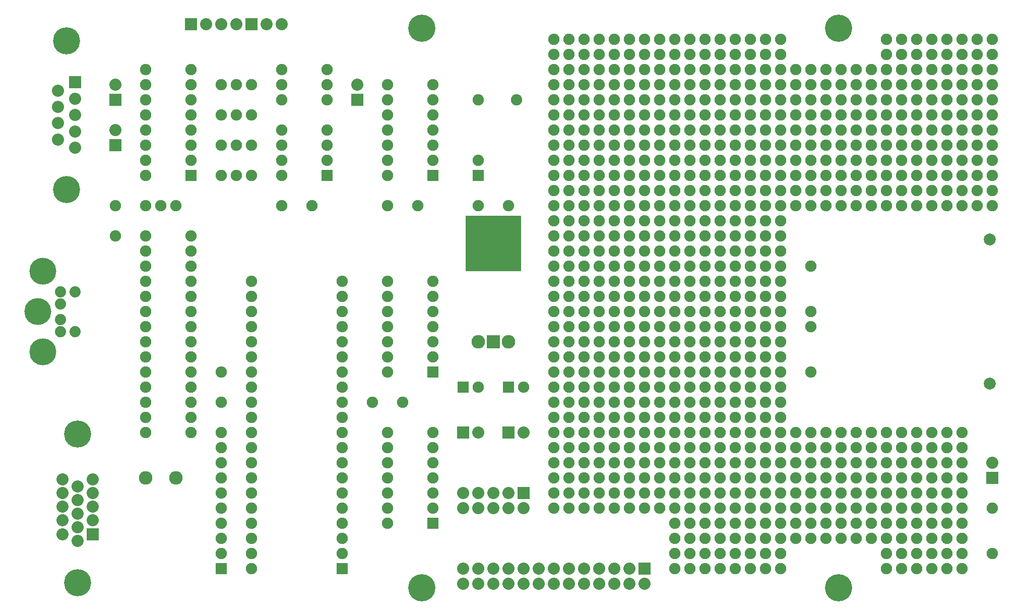
<source format=gbs>
G04 (created by PCBNEW-RS274X (2012-01-19 BZR 3256)-stable) date 6/23/2012 12:28:53 AM*
G01*
G70*
G90*
%MOIN*%
G04 Gerber Fmt 3.4, Leading zero omitted, Abs format*
%FSLAX34Y34*%
G04 APERTURE LIST*
%ADD10C,0.006000*%
%ADD11R,0.080000X0.080000*%
%ADD12C,0.080000*%
%ADD13C,0.075000*%
%ADD14R,0.075000X0.075000*%
%ADD15C,0.074000*%
%ADD16C,0.177500*%
%ADD17C,0.180000*%
%ADD18C,0.179400*%
%ADD19C,0.079100*%
%ADD20R,0.370000X0.370000*%
%ADD21C,0.090000*%
%ADD22R,0.090000X0.090000*%
G04 APERTURE END LIST*
G54D10*
G54D11*
X62000Y-57000D03*
G54D12*
X62000Y-58000D03*
X61000Y-57000D03*
X61000Y-58000D03*
X60000Y-57000D03*
X60000Y-58000D03*
X59000Y-57000D03*
X59000Y-58000D03*
X58000Y-57000D03*
X58000Y-58000D03*
X57000Y-57000D03*
X57000Y-58000D03*
X56000Y-57000D03*
X56000Y-58000D03*
X55000Y-57000D03*
X55000Y-58000D03*
X54000Y-57000D03*
X54000Y-58000D03*
X53000Y-57000D03*
X53000Y-58000D03*
X52000Y-57000D03*
X52000Y-58000D03*
X51000Y-57000D03*
X51000Y-58000D03*
X50000Y-57000D03*
X50000Y-58000D03*
G54D13*
X50970Y-26000D03*
X53530Y-26000D03*
G54D14*
X34000Y-57000D03*
G54D13*
X34000Y-56000D03*
X34000Y-55000D03*
X34000Y-54000D03*
X34000Y-53000D03*
X34000Y-52000D03*
X34000Y-51000D03*
X34000Y-50000D03*
X34000Y-49000D03*
X34000Y-48000D03*
X73000Y-41000D03*
X73000Y-44000D03*
X32000Y-37000D03*
X29000Y-37000D03*
X32000Y-36000D03*
X29000Y-36000D03*
X32000Y-46000D03*
X29000Y-46000D03*
X32000Y-43000D03*
X29000Y-43000D03*
X32000Y-40000D03*
X29000Y-40000D03*
X38000Y-24000D03*
X41000Y-24000D03*
X38000Y-25000D03*
X41000Y-25000D03*
X32000Y-39000D03*
X29000Y-39000D03*
X32000Y-38000D03*
X29000Y-38000D03*
X38000Y-26000D03*
X41000Y-26000D03*
X32000Y-47000D03*
X29000Y-47000D03*
X32000Y-44000D03*
X29000Y-44000D03*
X32000Y-41000D03*
X29000Y-41000D03*
X85000Y-56000D03*
X85000Y-53000D03*
X29000Y-35000D03*
X32000Y-35000D03*
G54D11*
X54000Y-52000D03*
G54D12*
X54000Y-53000D03*
X53000Y-52000D03*
X53000Y-53000D03*
X52000Y-52000D03*
X52000Y-53000D03*
X51000Y-52000D03*
X51000Y-53000D03*
X50000Y-52000D03*
X50000Y-53000D03*
G54D11*
X32000Y-21000D03*
G54D12*
X33000Y-21000D03*
X34000Y-21000D03*
X35000Y-21000D03*
G54D11*
X36000Y-21000D03*
G54D12*
X37000Y-21000D03*
X38000Y-21000D03*
G54D11*
X43000Y-26000D03*
G54D12*
X43000Y-25000D03*
G54D11*
X53000Y-48000D03*
G54D12*
X54000Y-48000D03*
G54D11*
X50000Y-48000D03*
G54D12*
X51000Y-48000D03*
G54D15*
X23350Y-39488D03*
X23350Y-40512D03*
X24331Y-41319D03*
X24331Y-38681D03*
X23350Y-38681D03*
X23350Y-41319D03*
G54D16*
X21850Y-40000D03*
X22169Y-42661D03*
X22169Y-37339D03*
G54D17*
X47244Y-21246D03*
X47244Y-58254D03*
X74803Y-21246D03*
X74803Y-58254D03*
G54D14*
X41000Y-31000D03*
G54D13*
X41000Y-30000D03*
X41000Y-29000D03*
X41000Y-28000D03*
X38000Y-28000D03*
X38000Y-29000D03*
X38000Y-30000D03*
X38000Y-31000D03*
G54D14*
X42000Y-57000D03*
G54D13*
X42000Y-56000D03*
X42000Y-55000D03*
X42000Y-54000D03*
X42000Y-53000D03*
X42000Y-52000D03*
X42000Y-51000D03*
X42000Y-50000D03*
X42000Y-49000D03*
X42000Y-48000D03*
X42000Y-47000D03*
X42000Y-46000D03*
X42000Y-45000D03*
X42000Y-44000D03*
X42000Y-43000D03*
X42000Y-42000D03*
X42000Y-41000D03*
X42000Y-40000D03*
X42000Y-39000D03*
X42000Y-38000D03*
X36000Y-38000D03*
X36000Y-39000D03*
X36000Y-40000D03*
X36000Y-41000D03*
X36000Y-42000D03*
X36000Y-43000D03*
X36000Y-44000D03*
X36000Y-45000D03*
X36000Y-46000D03*
X36000Y-47000D03*
X36000Y-48000D03*
X36000Y-49000D03*
X36000Y-50000D03*
X36000Y-51000D03*
X36000Y-52000D03*
X36000Y-53000D03*
X36000Y-54000D03*
X36000Y-55000D03*
X36000Y-56000D03*
X36000Y-57000D03*
G54D14*
X32000Y-31000D03*
G54D13*
X32000Y-30000D03*
X32000Y-29000D03*
X32000Y-28000D03*
X32000Y-27000D03*
X32000Y-26000D03*
X32000Y-25000D03*
X32000Y-24000D03*
X29000Y-24000D03*
X29000Y-25000D03*
X29000Y-26000D03*
X29000Y-27000D03*
X29000Y-28000D03*
X29000Y-29000D03*
X29000Y-30000D03*
X29000Y-31000D03*
G54D14*
X48000Y-54000D03*
G54D13*
X48000Y-53000D03*
X48000Y-52000D03*
X48000Y-51000D03*
X48000Y-50000D03*
X48000Y-49000D03*
X48000Y-48000D03*
X45000Y-48000D03*
X45000Y-49000D03*
X45000Y-50000D03*
X45000Y-51000D03*
X45000Y-52000D03*
X45000Y-53000D03*
X45000Y-54000D03*
G54D14*
X48000Y-44000D03*
G54D13*
X48000Y-43000D03*
X48000Y-42000D03*
X48000Y-41000D03*
X48000Y-40000D03*
X48000Y-39000D03*
X48000Y-38000D03*
X45000Y-38000D03*
X45000Y-39000D03*
X45000Y-40000D03*
X45000Y-41000D03*
X45000Y-42000D03*
X45000Y-43000D03*
X45000Y-44000D03*
G54D14*
X48000Y-31000D03*
G54D13*
X48000Y-30000D03*
X48000Y-29000D03*
X48000Y-28000D03*
X48000Y-27000D03*
X48000Y-26000D03*
X48000Y-25000D03*
X45000Y-25000D03*
X45000Y-26000D03*
X45000Y-27000D03*
X45000Y-28000D03*
X45000Y-29000D03*
X45000Y-30000D03*
X45000Y-31000D03*
G54D18*
X23750Y-22081D03*
X23750Y-31919D03*
G54D11*
X24310Y-24840D03*
G54D12*
X24310Y-25920D03*
X24310Y-27000D03*
X24310Y-28080D03*
X24310Y-29160D03*
X23190Y-28620D03*
X23190Y-27540D03*
X23190Y-26450D03*
X23190Y-25380D03*
G54D13*
X45000Y-33000D03*
X47000Y-33000D03*
X51000Y-33000D03*
X53000Y-33000D03*
X38000Y-33000D03*
X40000Y-33000D03*
X34000Y-46000D03*
X34000Y-44000D03*
X44000Y-46000D03*
X46000Y-46000D03*
G54D14*
X51000Y-31000D03*
G54D13*
X51000Y-30000D03*
G54D14*
X53000Y-45000D03*
G54D13*
X54000Y-45000D03*
G54D14*
X50000Y-45000D03*
G54D13*
X51000Y-45000D03*
G54D19*
X84817Y-35236D03*
X84817Y-44764D03*
G54D18*
X24500Y-48081D03*
X24500Y-57919D03*
G54D11*
X25500Y-54709D03*
G54D12*
X25500Y-53807D03*
X25500Y-52902D03*
X25500Y-52000D03*
X25500Y-51098D03*
X24500Y-52451D03*
X24500Y-53352D03*
X24500Y-54254D03*
X24500Y-55156D03*
X24500Y-51549D03*
X23500Y-54709D03*
X23500Y-53807D03*
X23500Y-52902D03*
X23500Y-52000D03*
X23500Y-51098D03*
G54D13*
X73000Y-40000D03*
X73000Y-37000D03*
G54D20*
X52000Y-35500D03*
G54D21*
X51000Y-42000D03*
G54D22*
X52000Y-42000D03*
G54D21*
X53000Y-42000D03*
X29000Y-51000D03*
X31000Y-51000D03*
G54D13*
X27000Y-33000D03*
X27000Y-35000D03*
X84000Y-25000D03*
X84000Y-24000D03*
X84000Y-23000D03*
X84000Y-22000D03*
X85000Y-25000D03*
X85000Y-24000D03*
X85000Y-23000D03*
X85000Y-22000D03*
X84000Y-29000D03*
X84000Y-28000D03*
X84000Y-27000D03*
X84000Y-26000D03*
X85000Y-29000D03*
X85000Y-28000D03*
X85000Y-27000D03*
X85000Y-26000D03*
X76000Y-32000D03*
X77000Y-32000D03*
X78000Y-32000D03*
X79000Y-32000D03*
X76000Y-33000D03*
X77000Y-33000D03*
X78000Y-33000D03*
X79000Y-33000D03*
X72000Y-24000D03*
X73000Y-24000D03*
X74000Y-24000D03*
X75000Y-24000D03*
X72000Y-25000D03*
X73000Y-25000D03*
X74000Y-25000D03*
X75000Y-25000D03*
X84000Y-33000D03*
X84000Y-32000D03*
X84000Y-31000D03*
X84000Y-30000D03*
X85000Y-33000D03*
X85000Y-32000D03*
X85000Y-31000D03*
X85000Y-30000D03*
X68000Y-50000D03*
X69000Y-50000D03*
X70000Y-50000D03*
X71000Y-50000D03*
X68000Y-51000D03*
X69000Y-51000D03*
X70000Y-51000D03*
X71000Y-51000D03*
X68000Y-52000D03*
X69000Y-52000D03*
X70000Y-52000D03*
X71000Y-52000D03*
X68000Y-53000D03*
X69000Y-53000D03*
X70000Y-53000D03*
X71000Y-53000D03*
X64000Y-46000D03*
X65000Y-46000D03*
X66000Y-46000D03*
X67000Y-46000D03*
X64000Y-47000D03*
X65000Y-47000D03*
X66000Y-47000D03*
X67000Y-47000D03*
X64000Y-48000D03*
X65000Y-48000D03*
X66000Y-48000D03*
X67000Y-48000D03*
X64000Y-49000D03*
X65000Y-49000D03*
X66000Y-49000D03*
X67000Y-49000D03*
X64000Y-50000D03*
X65000Y-50000D03*
X66000Y-50000D03*
X67000Y-50000D03*
X64000Y-51000D03*
X65000Y-51000D03*
X66000Y-51000D03*
X67000Y-51000D03*
X64000Y-52000D03*
X65000Y-52000D03*
X66000Y-52000D03*
X67000Y-52000D03*
X64000Y-53000D03*
X65000Y-53000D03*
X66000Y-53000D03*
X67000Y-53000D03*
X64000Y-54000D03*
X65000Y-54000D03*
X66000Y-54000D03*
X67000Y-54000D03*
X64000Y-55000D03*
X65000Y-55000D03*
X66000Y-55000D03*
X67000Y-55000D03*
X64000Y-56000D03*
X65000Y-56000D03*
X66000Y-56000D03*
X67000Y-56000D03*
X64000Y-57000D03*
X65000Y-57000D03*
X66000Y-57000D03*
X67000Y-57000D03*
X68000Y-22000D03*
X69000Y-22000D03*
X70000Y-22000D03*
X71000Y-22000D03*
X68000Y-23000D03*
X69000Y-23000D03*
X70000Y-23000D03*
X71000Y-23000D03*
X68000Y-24000D03*
X69000Y-24000D03*
X70000Y-24000D03*
X71000Y-24000D03*
X68000Y-25000D03*
X69000Y-25000D03*
X70000Y-25000D03*
X71000Y-25000D03*
X68000Y-26000D03*
X69000Y-26000D03*
X70000Y-26000D03*
X71000Y-26000D03*
X68000Y-27000D03*
X69000Y-27000D03*
X70000Y-27000D03*
X71000Y-27000D03*
X68000Y-28000D03*
X69000Y-28000D03*
X70000Y-28000D03*
X71000Y-28000D03*
X68000Y-29000D03*
X69000Y-29000D03*
X70000Y-29000D03*
X71000Y-29000D03*
X68000Y-30000D03*
X69000Y-30000D03*
X70000Y-30000D03*
X71000Y-30000D03*
X68000Y-31000D03*
X69000Y-31000D03*
X70000Y-31000D03*
X71000Y-31000D03*
X68000Y-32000D03*
X69000Y-32000D03*
X70000Y-32000D03*
X71000Y-32000D03*
X68000Y-33000D03*
X69000Y-33000D03*
X70000Y-33000D03*
X71000Y-33000D03*
X68000Y-34000D03*
X69000Y-34000D03*
X70000Y-34000D03*
X71000Y-34000D03*
X68000Y-35000D03*
X69000Y-35000D03*
X70000Y-35000D03*
X71000Y-35000D03*
X68000Y-36000D03*
X69000Y-36000D03*
X70000Y-36000D03*
X71000Y-36000D03*
X68000Y-37000D03*
X69000Y-37000D03*
X70000Y-37000D03*
X71000Y-37000D03*
X68000Y-38000D03*
X69000Y-38000D03*
X70000Y-38000D03*
X71000Y-38000D03*
X68000Y-39000D03*
X69000Y-39000D03*
X70000Y-39000D03*
X71000Y-39000D03*
X68000Y-40000D03*
X69000Y-40000D03*
X70000Y-40000D03*
X71000Y-40000D03*
X68000Y-41000D03*
X69000Y-41000D03*
X70000Y-41000D03*
X71000Y-41000D03*
X68000Y-42000D03*
X69000Y-42000D03*
X70000Y-42000D03*
X71000Y-42000D03*
X68000Y-43000D03*
X69000Y-43000D03*
X70000Y-43000D03*
X71000Y-43000D03*
X68000Y-44000D03*
X69000Y-44000D03*
X70000Y-44000D03*
X71000Y-44000D03*
X68000Y-45000D03*
X69000Y-45000D03*
X70000Y-45000D03*
X71000Y-45000D03*
X68000Y-46000D03*
X69000Y-46000D03*
X70000Y-46000D03*
X71000Y-46000D03*
X68000Y-47000D03*
X69000Y-47000D03*
X70000Y-47000D03*
X71000Y-47000D03*
X68000Y-48000D03*
X69000Y-48000D03*
X70000Y-48000D03*
X71000Y-48000D03*
X68000Y-49000D03*
X69000Y-49000D03*
X70000Y-49000D03*
X71000Y-49000D03*
X64000Y-38000D03*
X65000Y-38000D03*
X66000Y-38000D03*
X67000Y-38000D03*
X64000Y-39000D03*
X65000Y-39000D03*
X66000Y-39000D03*
X67000Y-39000D03*
X64000Y-40000D03*
X65000Y-40000D03*
X66000Y-40000D03*
X67000Y-40000D03*
X64000Y-41000D03*
X65000Y-41000D03*
X66000Y-41000D03*
X67000Y-41000D03*
X68000Y-54000D03*
X69000Y-54000D03*
X70000Y-54000D03*
X71000Y-54000D03*
X68000Y-55000D03*
X69000Y-55000D03*
X70000Y-55000D03*
X71000Y-55000D03*
X68000Y-56000D03*
X69000Y-56000D03*
X70000Y-56000D03*
X71000Y-56000D03*
X68000Y-57000D03*
X69000Y-57000D03*
X70000Y-57000D03*
X71000Y-57000D03*
X72000Y-26000D03*
X73000Y-26000D03*
X74000Y-26000D03*
X75000Y-26000D03*
X72000Y-27000D03*
X73000Y-27000D03*
X74000Y-27000D03*
X75000Y-27000D03*
X72000Y-28000D03*
X73000Y-28000D03*
X74000Y-28000D03*
X75000Y-28000D03*
X72000Y-29000D03*
X73000Y-29000D03*
X74000Y-29000D03*
X75000Y-29000D03*
X72000Y-30000D03*
X73000Y-30000D03*
X74000Y-30000D03*
X75000Y-30000D03*
X72000Y-31000D03*
X73000Y-31000D03*
X74000Y-31000D03*
X75000Y-31000D03*
X72000Y-32000D03*
X73000Y-32000D03*
X74000Y-32000D03*
X75000Y-32000D03*
X72000Y-33000D03*
X73000Y-33000D03*
X74000Y-33000D03*
X75000Y-33000D03*
X80000Y-22000D03*
X81000Y-22000D03*
X82000Y-22000D03*
X83000Y-22000D03*
X80000Y-23000D03*
X81000Y-23000D03*
X82000Y-23000D03*
X83000Y-23000D03*
X80000Y-24000D03*
X81000Y-24000D03*
X82000Y-24000D03*
X83000Y-24000D03*
X80000Y-25000D03*
X81000Y-25000D03*
X82000Y-25000D03*
X83000Y-25000D03*
X80000Y-26000D03*
X81000Y-26000D03*
X82000Y-26000D03*
X83000Y-26000D03*
X80000Y-27000D03*
X81000Y-27000D03*
X82000Y-27000D03*
X83000Y-27000D03*
X80000Y-28000D03*
X81000Y-28000D03*
X82000Y-28000D03*
X83000Y-28000D03*
X80000Y-29000D03*
X81000Y-29000D03*
X82000Y-29000D03*
X83000Y-29000D03*
X80000Y-30000D03*
X81000Y-30000D03*
X82000Y-30000D03*
X83000Y-30000D03*
X80000Y-31000D03*
X81000Y-31000D03*
X82000Y-31000D03*
X83000Y-31000D03*
X80000Y-32000D03*
X81000Y-32000D03*
X82000Y-32000D03*
X83000Y-32000D03*
X80000Y-33000D03*
X81000Y-33000D03*
X82000Y-33000D03*
X83000Y-33000D03*
X72000Y-48000D03*
X73000Y-48000D03*
X74000Y-48000D03*
X75000Y-48000D03*
X72000Y-49000D03*
X73000Y-49000D03*
X74000Y-49000D03*
X75000Y-49000D03*
X72000Y-50000D03*
X73000Y-50000D03*
X74000Y-50000D03*
X75000Y-50000D03*
X72000Y-51000D03*
X73000Y-51000D03*
X74000Y-51000D03*
X75000Y-51000D03*
X72000Y-52000D03*
X73000Y-52000D03*
X74000Y-52000D03*
X75000Y-52000D03*
X72000Y-53000D03*
X73000Y-53000D03*
X74000Y-53000D03*
X75000Y-53000D03*
X72000Y-54000D03*
X73000Y-54000D03*
X74000Y-54000D03*
X75000Y-54000D03*
X72000Y-55000D03*
X73000Y-55000D03*
X74000Y-55000D03*
X75000Y-55000D03*
X76000Y-48000D03*
X77000Y-48000D03*
X78000Y-48000D03*
X79000Y-48000D03*
X76000Y-49000D03*
X77000Y-49000D03*
X78000Y-49000D03*
X79000Y-49000D03*
X76000Y-50000D03*
X77000Y-50000D03*
X78000Y-50000D03*
X79000Y-50000D03*
X76000Y-51000D03*
X77000Y-51000D03*
X78000Y-51000D03*
X79000Y-51000D03*
X60000Y-34000D03*
X61000Y-34000D03*
X62000Y-34000D03*
X63000Y-34000D03*
X60000Y-35000D03*
X61000Y-35000D03*
X62000Y-35000D03*
X63000Y-35000D03*
X60000Y-36000D03*
X61000Y-36000D03*
X62000Y-36000D03*
X63000Y-36000D03*
X60000Y-37000D03*
X61000Y-37000D03*
X62000Y-37000D03*
X63000Y-37000D03*
X56000Y-26000D03*
X57000Y-26000D03*
X58000Y-26000D03*
X59000Y-26000D03*
X56000Y-27000D03*
X57000Y-27000D03*
X58000Y-27000D03*
X59000Y-27000D03*
X56000Y-28000D03*
X57000Y-28000D03*
X58000Y-28000D03*
X59000Y-28000D03*
X56000Y-29000D03*
X57000Y-29000D03*
X58000Y-29000D03*
X59000Y-29000D03*
X56000Y-30000D03*
X57000Y-30000D03*
X58000Y-30000D03*
X59000Y-30000D03*
X56000Y-31000D03*
X57000Y-31000D03*
X58000Y-31000D03*
X59000Y-31000D03*
X56000Y-32000D03*
X57000Y-32000D03*
X58000Y-32000D03*
X59000Y-32000D03*
X56000Y-33000D03*
X57000Y-33000D03*
X58000Y-33000D03*
X59000Y-33000D03*
X56000Y-34000D03*
X57000Y-34000D03*
X58000Y-34000D03*
X59000Y-34000D03*
X56000Y-35000D03*
X57000Y-35000D03*
X58000Y-35000D03*
X59000Y-35000D03*
X56000Y-36000D03*
X57000Y-36000D03*
X58000Y-36000D03*
X59000Y-36000D03*
X56000Y-37000D03*
X57000Y-37000D03*
X58000Y-37000D03*
X59000Y-37000D03*
X56000Y-38000D03*
X57000Y-38000D03*
X58000Y-38000D03*
X59000Y-38000D03*
X56000Y-39000D03*
X57000Y-39000D03*
X58000Y-39000D03*
X59000Y-39000D03*
X56000Y-40000D03*
X57000Y-40000D03*
X58000Y-40000D03*
X59000Y-40000D03*
X56000Y-41000D03*
X57000Y-41000D03*
X58000Y-41000D03*
X59000Y-41000D03*
X56000Y-42000D03*
X57000Y-42000D03*
X58000Y-42000D03*
X59000Y-42000D03*
X56000Y-43000D03*
X57000Y-43000D03*
X58000Y-43000D03*
X59000Y-43000D03*
X56000Y-44000D03*
X57000Y-44000D03*
X58000Y-44000D03*
X59000Y-44000D03*
X56000Y-45000D03*
X57000Y-45000D03*
X58000Y-45000D03*
X59000Y-45000D03*
X56000Y-46000D03*
X57000Y-46000D03*
X58000Y-46000D03*
X59000Y-46000D03*
X56000Y-47000D03*
X57000Y-47000D03*
X58000Y-47000D03*
X59000Y-47000D03*
X56000Y-48000D03*
X57000Y-48000D03*
X58000Y-48000D03*
X59000Y-48000D03*
X56000Y-49000D03*
X57000Y-49000D03*
X58000Y-49000D03*
X59000Y-49000D03*
X56000Y-50000D03*
X57000Y-50000D03*
X58000Y-50000D03*
X59000Y-50000D03*
X56000Y-51000D03*
X57000Y-51000D03*
X58000Y-51000D03*
X59000Y-51000D03*
X56000Y-52000D03*
X57000Y-52000D03*
X58000Y-52000D03*
X59000Y-52000D03*
X56000Y-53000D03*
X57000Y-53000D03*
X58000Y-53000D03*
X59000Y-53000D03*
X76000Y-24000D03*
X77000Y-24000D03*
X78000Y-24000D03*
X79000Y-24000D03*
X76000Y-25000D03*
X77000Y-25000D03*
X78000Y-25000D03*
X79000Y-25000D03*
X76000Y-26000D03*
X77000Y-26000D03*
X78000Y-26000D03*
X79000Y-26000D03*
X76000Y-27000D03*
X77000Y-27000D03*
X78000Y-27000D03*
X79000Y-27000D03*
X60000Y-22000D03*
X61000Y-22000D03*
X62000Y-22000D03*
X63000Y-22000D03*
X60000Y-23000D03*
X61000Y-23000D03*
X62000Y-23000D03*
X63000Y-23000D03*
X60000Y-24000D03*
X61000Y-24000D03*
X62000Y-24000D03*
X63000Y-24000D03*
X60000Y-25000D03*
X61000Y-25000D03*
X62000Y-25000D03*
X63000Y-25000D03*
X60000Y-26000D03*
X61000Y-26000D03*
X62000Y-26000D03*
X63000Y-26000D03*
X60000Y-27000D03*
X61000Y-27000D03*
X62000Y-27000D03*
X63000Y-27000D03*
X60000Y-28000D03*
X61000Y-28000D03*
X62000Y-28000D03*
X63000Y-28000D03*
X60000Y-29000D03*
X61000Y-29000D03*
X62000Y-29000D03*
X63000Y-29000D03*
X60000Y-30000D03*
X61000Y-30000D03*
X62000Y-30000D03*
X63000Y-30000D03*
X60000Y-31000D03*
X61000Y-31000D03*
X62000Y-31000D03*
X63000Y-31000D03*
X60000Y-32000D03*
X61000Y-32000D03*
X62000Y-32000D03*
X63000Y-32000D03*
X60000Y-33000D03*
X61000Y-33000D03*
X62000Y-33000D03*
X63000Y-33000D03*
X64000Y-42000D03*
X65000Y-42000D03*
X66000Y-42000D03*
X67000Y-42000D03*
X64000Y-43000D03*
X65000Y-43000D03*
X66000Y-43000D03*
X67000Y-43000D03*
X64000Y-44000D03*
X65000Y-44000D03*
X66000Y-44000D03*
X67000Y-44000D03*
X64000Y-45000D03*
X65000Y-45000D03*
X66000Y-45000D03*
X67000Y-45000D03*
X60000Y-38000D03*
X61000Y-38000D03*
X62000Y-38000D03*
X63000Y-38000D03*
X60000Y-39000D03*
X61000Y-39000D03*
X62000Y-39000D03*
X63000Y-39000D03*
X60000Y-40000D03*
X61000Y-40000D03*
X62000Y-40000D03*
X63000Y-40000D03*
X60000Y-41000D03*
X61000Y-41000D03*
X62000Y-41000D03*
X63000Y-41000D03*
X60000Y-42000D03*
X61000Y-42000D03*
X62000Y-42000D03*
X63000Y-42000D03*
X60000Y-43000D03*
X61000Y-43000D03*
X62000Y-43000D03*
X63000Y-43000D03*
X60000Y-44000D03*
X61000Y-44000D03*
X62000Y-44000D03*
X63000Y-44000D03*
X60000Y-45000D03*
X61000Y-45000D03*
X62000Y-45000D03*
X63000Y-45000D03*
X60000Y-46000D03*
X61000Y-46000D03*
X62000Y-46000D03*
X63000Y-46000D03*
X60000Y-47000D03*
X61000Y-47000D03*
X62000Y-47000D03*
X63000Y-47000D03*
X60000Y-48000D03*
X61000Y-48000D03*
X62000Y-48000D03*
X63000Y-48000D03*
X60000Y-49000D03*
X61000Y-49000D03*
X62000Y-49000D03*
X63000Y-49000D03*
X60000Y-50000D03*
X61000Y-50000D03*
X62000Y-50000D03*
X63000Y-50000D03*
X60000Y-51000D03*
X61000Y-51000D03*
X62000Y-51000D03*
X63000Y-51000D03*
X60000Y-52000D03*
X61000Y-52000D03*
X62000Y-52000D03*
X63000Y-52000D03*
X60000Y-53000D03*
X61000Y-53000D03*
X62000Y-53000D03*
X63000Y-53000D03*
X76000Y-28000D03*
X77000Y-28000D03*
X78000Y-28000D03*
X79000Y-28000D03*
X76000Y-29000D03*
X77000Y-29000D03*
X78000Y-29000D03*
X79000Y-29000D03*
X76000Y-30000D03*
X77000Y-30000D03*
X78000Y-30000D03*
X79000Y-30000D03*
X76000Y-31000D03*
X77000Y-31000D03*
X78000Y-31000D03*
X79000Y-31000D03*
X64000Y-22000D03*
X65000Y-22000D03*
X66000Y-22000D03*
X67000Y-22000D03*
X64000Y-23000D03*
X65000Y-23000D03*
X66000Y-23000D03*
X67000Y-23000D03*
X64000Y-24000D03*
X65000Y-24000D03*
X66000Y-24000D03*
X67000Y-24000D03*
X64000Y-25000D03*
X65000Y-25000D03*
X66000Y-25000D03*
X67000Y-25000D03*
X64000Y-26000D03*
X65000Y-26000D03*
X66000Y-26000D03*
X67000Y-26000D03*
X64000Y-27000D03*
X65000Y-27000D03*
X66000Y-27000D03*
X67000Y-27000D03*
X64000Y-28000D03*
X65000Y-28000D03*
X66000Y-28000D03*
X67000Y-28000D03*
X64000Y-29000D03*
X65000Y-29000D03*
X66000Y-29000D03*
X67000Y-29000D03*
X64000Y-30000D03*
X65000Y-30000D03*
X66000Y-30000D03*
X67000Y-30000D03*
X64000Y-31000D03*
X65000Y-31000D03*
X66000Y-31000D03*
X67000Y-31000D03*
X64000Y-32000D03*
X65000Y-32000D03*
X66000Y-32000D03*
X67000Y-32000D03*
X64000Y-33000D03*
X65000Y-33000D03*
X66000Y-33000D03*
X67000Y-33000D03*
X64000Y-34000D03*
X65000Y-34000D03*
X66000Y-34000D03*
X67000Y-34000D03*
X64000Y-35000D03*
X65000Y-35000D03*
X66000Y-35000D03*
X67000Y-35000D03*
X64000Y-36000D03*
X65000Y-36000D03*
X66000Y-36000D03*
X67000Y-36000D03*
X64000Y-37000D03*
X65000Y-37000D03*
X66000Y-37000D03*
X67000Y-37000D03*
X56000Y-22000D03*
X57000Y-22000D03*
X58000Y-22000D03*
X59000Y-22000D03*
X56000Y-23000D03*
X57000Y-23000D03*
X58000Y-23000D03*
X59000Y-23000D03*
X56000Y-24000D03*
X57000Y-24000D03*
X58000Y-24000D03*
X59000Y-24000D03*
X56000Y-25000D03*
X57000Y-25000D03*
X58000Y-25000D03*
X59000Y-25000D03*
X78000Y-56000D03*
X79000Y-56000D03*
X78000Y-57000D03*
X79000Y-57000D03*
X78000Y-22000D03*
X79000Y-22000D03*
X78000Y-23000D03*
X79000Y-23000D03*
X29000Y-33000D03*
X31000Y-33000D03*
X30000Y-33000D03*
X34000Y-29000D03*
X36000Y-29000D03*
X35000Y-29000D03*
X34000Y-27000D03*
X36000Y-27000D03*
X35000Y-27000D03*
X34000Y-31000D03*
X36000Y-31000D03*
X35000Y-31000D03*
X34000Y-25000D03*
X36000Y-25000D03*
X35000Y-25000D03*
X32000Y-48000D03*
X29000Y-48000D03*
X32000Y-45000D03*
X29000Y-45000D03*
X32000Y-42000D03*
X29000Y-42000D03*
X80000Y-56000D03*
X81000Y-56000D03*
X82000Y-56000D03*
X83000Y-56000D03*
X80000Y-57000D03*
X81000Y-57000D03*
X82000Y-57000D03*
X83000Y-57000D03*
X76000Y-52000D03*
X77000Y-52000D03*
X78000Y-52000D03*
X79000Y-52000D03*
X76000Y-53000D03*
X77000Y-53000D03*
X78000Y-53000D03*
X79000Y-53000D03*
X76000Y-54000D03*
X77000Y-54000D03*
X78000Y-54000D03*
X79000Y-54000D03*
X76000Y-55000D03*
X77000Y-55000D03*
X78000Y-55000D03*
X79000Y-55000D03*
X80000Y-48000D03*
X81000Y-48000D03*
X82000Y-48000D03*
X83000Y-48000D03*
X80000Y-49000D03*
X81000Y-49000D03*
X82000Y-49000D03*
X83000Y-49000D03*
X80000Y-50000D03*
X81000Y-50000D03*
X82000Y-50000D03*
X83000Y-50000D03*
X80000Y-51000D03*
X81000Y-51000D03*
X82000Y-51000D03*
X83000Y-51000D03*
X80000Y-52000D03*
X81000Y-52000D03*
X82000Y-52000D03*
X83000Y-52000D03*
X80000Y-53000D03*
X81000Y-53000D03*
X82000Y-53000D03*
X83000Y-53000D03*
X80000Y-54000D03*
X81000Y-54000D03*
X82000Y-54000D03*
X83000Y-54000D03*
X80000Y-55000D03*
X81000Y-55000D03*
X82000Y-55000D03*
X83000Y-55000D03*
G54D11*
X85000Y-51000D03*
G54D12*
X85000Y-50000D03*
G54D11*
X27000Y-26000D03*
G54D12*
X27000Y-25000D03*
G54D11*
X27000Y-29000D03*
G54D12*
X27000Y-28000D03*
M02*

</source>
